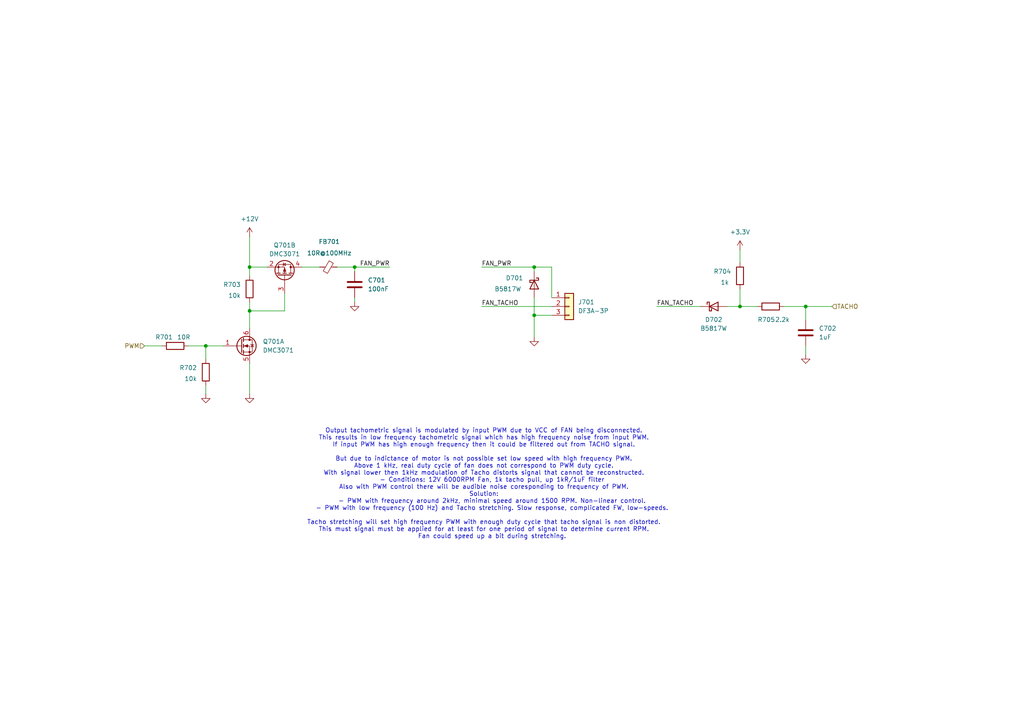
<source format=kicad_sch>
(kicad_sch (version 20231120) (generator "eeschema") (generator_version "8.0")
  (paper "A4")
  (title_block (title "Control board") (date "2024-06-11") (rev "${VERSION}") (company "TrendBit s.r.o.") (comment 1 "Designed by: Petr Malaník"))
  (lib_symbols
    (symbol "Connector_Generic:Conn_01x03" (pin_names (offset 1.016) hide)
      (property "Reference" "J" (at 0 5.08 0))
      (property "Value" "Conn_01x03" (at 0 -5.08 0))
      (symbol "Conn_01x03_1_1"
        (rectangle (start -1.27 -2.413) (end 0 -2.667) (stroke (width 0.1524)))
        (rectangle (start -1.27 0.127) (end 0 -0.127) (stroke (width 0.1524)))
        (rectangle (start -1.27 2.667) (end 0 2.413) (stroke (width 0.1524)))
        (rectangle (start -1.27 3.81) (end 1.27 -3.81) (stroke (width 0.254)) (fill (type background)))
        (pin passive line (at -5.08 2.54 0) (length 3.81) (name "Pin_1") (number "1"))
        (pin passive line (at -5.08 0 0) (length 3.81) (name "Pin_2") (number "2"))
        (pin passive line (at -5.08 -2.54 0) (length 3.81) (name "Pin_3") (number "3"))
      )
    )
    (symbol "Device:C" (pin_numbers hide) (pin_names (offset 0.254))
      (property "Reference" "C" (at 0.635 2.54 0))
      (property "Value" "C" (at 0.635 -2.54 0))
      (symbol "C_0_1"
        (polyline (pts (xy -2.032 -0.762) (xy 2.032 -0.762)) (stroke (width 0.508)))
        (polyline (pts (xy -2.032 0.762) (xy 2.032 0.762)) (stroke (width 0.508)))
      )
      (symbol "C_1_1"
        (pin passive line (at 0 3.81 270) (length 2.794) (name "~") (number "1"))
        (pin passive line (at 0 -3.81 90) (length 2.794) (name "~") (number "2"))
      )
    )
    (symbol "Device:D_Schottky" (pin_numbers hide) (pin_names (offset 1.016) hide)
      (property "Reference" "D" (at 0 2.54 0))
      (property "Value" "D_Schottky" (at 0 -2.54 0))
      (symbol "D_Schottky_0_1"
        (polyline (pts (xy 1.27 0) (xy -1.27 0)))
        (polyline (pts (xy 1.27 1.27) (xy 1.27 -1.27) (xy -1.27 0) (xy 1.27 1.27)) (stroke (width 0.254)))
        (polyline (pts (xy -1.905 0.635) (xy -1.905 1.27) (xy -1.27 1.27) (xy -1.27 -1.27) (xy -0.635 -1.27) (xy -0.635 -0.635)) (stroke (width 0.254)))
      )
      (symbol "D_Schottky_1_1"
        (pin passive line (at -3.81 0 0) (length 2.54) (name "K") (number "1"))
        (pin passive line (at 3.81 0 180) (length 2.54) (name "A") (number "2"))
      )
    )
    (symbol "Device:FerriteBead_Small" (pin_numbers hide) (pin_names (offset 0))
      (property "Reference" "FB" (at 1.905 1.27 0))
      (property "Value" "FerriteBead_Small" (at 1.905 -1.27 0))
      (symbol "FerriteBead_Small_0_1"
        (polyline (pts (xy 0 -1.27) (xy 0 -0.7874)))
        (polyline (pts (xy 0 0.889) (xy 0 1.2954)))
        (polyline (pts (xy -1.8288 0.2794) (xy -1.1176 1.4986) (xy 1.8288 -0.2032) (xy 1.1176 -1.4224) (xy -1.8288 0.2794)))
      )
      (symbol "FerriteBead_Small_1_1"
        (pin passive line (at 0 2.54 270) (length 1.27) (name "~") (number "1"))
        (pin passive line (at 0 -2.54 90) (length 1.27) (name "~") (number "2"))
      )
    )
    (symbol "Device:R" (pin_numbers hide) (pin_names (offset 0))
      (property "Reference" "R" (at 2.032 0 90))
      (property "Value" "R" (at 0 0 90))
      (symbol "R_0_1"
        (rectangle (start -1.016 -2.54) (end 1.016 2.54) (stroke (width 0.254)))
      )
      (symbol "R_1_1"
        (pin passive line (at 0 3.81 270) (length 1.27) (name "~") (number "1"))
        (pin passive line (at 0 -3.81 90) (length 1.27) (name "~") (number "2"))
      )
    )
    (symbol "Transistor_FET:DMC3071LVT" (pin_names hide)
      (property "Reference" "Q" (at 2.54 1.905 0))
      (property "Value" "DMC3071LVT" (at 2.54 0 0))
      (symbol "DMC3071LVT_0_1"
        (circle (center -0.889 0) (radius 2.794) (stroke (width 0.254)))
        (circle (center 0 -1.778) (radius 0.254) (fill (type outline)))
        (polyline (pts (xy -2.286 0) (xy -5.08 0)))
        (polyline (pts (xy -2.286 1.905) (xy -2.286 -1.905)) (stroke (width 0.254)))
        (polyline (pts (xy -1.778 -1.27) (xy -1.778 -2.286)) (stroke (width 0.254)))
        (polyline (pts (xy -1.778 0.508) (xy -1.778 -0.508)) (stroke (width 0.254)))
        (polyline (pts (xy -1.778 2.286) (xy -1.778 1.27)) (stroke (width 0.254)))
        (polyline (pts (xy 0 2.54) (xy 0 1.778)))
        (polyline (pts (xy 0 -2.54) (xy 0 0) (xy -1.778 0)))
        (polyline (pts (xy -1.778 -1.778) (xy 0.762 -1.778) (xy 0.762 1.778) (xy -1.778 1.778)))
        (circle (center 0 1.778) (radius 0.254) (fill (type outline)))
      )
      (symbol "DMC3071LVT_1_1"
        (polyline (pts (xy -1.524 0) (xy -0.508 0.381) (xy -0.508 -0.381) (xy -1.524 0)) (fill (type outline)))
        (polyline (pts (xy 0.254 0.508) (xy 0.381 0.381) (xy 1.143 0.381) (xy 1.27 0.254)))
        (polyline (pts (xy 0.762 0.381) (xy 0.381 -0.254) (xy 1.143 -0.254) (xy 0.762 0.381)))
        (pin passive line (at -7.62 0 0) (length 2.54) (name "G") (number "1"))
        (pin passive line (at 0 -5.08 90) (length 2.54) (name "S") (number "5"))
        (pin passive line (at 0 5.08 270) (length 2.54) (name "D") (number "6"))
      )
      (symbol "DMC3071LVT_2_1"
        (polyline (pts (xy -0.254 0) (xy -1.27 0.381) (xy -1.27 -0.381) (xy -0.254 0)) (fill (type outline)))
        (polyline (pts (xy 0.254 -0.508) (xy 0.381 -0.381) (xy 1.143 -0.381) (xy 1.27 -0.254)))
        (polyline (pts (xy 0.762 -0.381) (xy 0.381 0.254) (xy 1.143 0.254) (xy 0.762 -0.381)))
        (pin passive line (at 0 -5.08 90) (length 2.54) (name "S") (number "2"))
        (pin passive line (at -7.62 0 0) (length 2.54) (name "G") (number "3"))
        (pin passive line (at 0 5.08 270) (length 2.54) (name "D") (number "4"))
      )
    )
    (symbol "power:+12V" (power) (pin_numbers hide) (pin_names (offset 0) hide)
      (property "Value" "+12V" (at 0 3.556 0))
      (symbol "+12V_0_1"
        (polyline (pts (xy -0.762 1.27) (xy 0 2.54)))
        (polyline (pts (xy 0 0) (xy 0 2.54)))
        (polyline (pts (xy 0 2.54) (xy 0.762 1.27)))
      )
      (symbol "+12V_1_1"
        (pin power_in line (at 0 0 90) (length 0) (name "~") (number "1"))
      )
    )
    (symbol "power:+3.3V" (power) (pin_numbers hide) (pin_names (offset 0) hide)
      (property "Value" "+3.3V" (at 0 3.556 0))
      (symbol "+3.3V_0_1"
        (polyline (pts (xy -0.762 1.27) (xy 0 2.54)))
        (polyline (pts (xy 0 0) (xy 0 2.54)))
        (polyline (pts (xy 0 2.54) (xy 0.762 1.27)))
      )
      (symbol "+3.3V_1_1"
        (pin power_in line (at 0 0 90) (length 0) (name "~") (number "1"))
      )
    )
    (symbol "power:GND" (power) (pin_numbers hide) (pin_names (offset 0) hide)
      (property "Value" "GND" (at 0 -3.81 0))
      (symbol "GND_0_1"
        (polyline (pts (xy 0 0) (xy 0 -1.27) (xy 1.27 -1.27) (xy 0 -2.54) (xy -1.27 -1.27) (xy 0 -1.27)))
      )
      (symbol "GND_1_1"
        (pin power_in line (at 0 0 270) (length 0) (name "~") (number "1"))
      )
    )
  )
  (junction (at 72.39 77.47))
  (junction (at 233.68 88.9))
  (junction (at 102.87 77.47))
  (junction (at 154.94 91.44))
  (junction (at 72.39 90.17))
  (junction (at 214.63 88.9))
  (junction (at 154.94 77.47))
  (junction (at 59.69 100.33))
  (wire (pts (xy 72.39 77.47) (xy 77.47 77.47)))
  (wire (pts (xy 102.87 87.63) (xy 102.87 86.36)))
  (wire (pts (xy 139.7 88.9) (xy 160.02 88.9)))
  (wire (pts (xy 72.39 87.63) (xy 72.39 90.17)))
  (wire (pts (xy 154.94 77.47) (xy 160.02 77.47)))
  (wire (pts (xy 54.61 100.33) (xy 59.69 100.33)))
  (wire (pts (xy 72.39 68.58) (xy 72.39 77.47)))
  (wire (pts (xy 72.39 90.17) (xy 72.39 95.25)))
  (wire (pts (xy 139.7 77.47) (xy 154.94 77.47)))
  (wire (pts (xy 154.94 86.36) (xy 154.94 91.44)))
  (wire (pts (xy 160.02 86.36) (xy 160.02 77.47)))
  (wire (pts (xy 59.69 111.76) (xy 59.69 114.3)))
  (wire (pts (xy 59.69 100.33) (xy 59.69 104.14)))
  (wire (pts (xy 72.39 77.47) (xy 72.39 80.01)))
  (wire (pts (xy 214.63 72.39) (xy 214.63 76.2)))
  (wire (pts (xy 82.55 90.17) (xy 72.39 90.17)))
  (wire (pts (xy 190.5 88.9) (xy 203.2 88.9)))
  (wire (pts (xy 233.68 88.9) (xy 241.3 88.9)))
  (wire (pts (xy 41.91 100.33) (xy 46.99 100.33)))
  (wire (pts (xy 233.68 100.33) (xy 233.68 102.87)))
  (wire (pts (xy 210.82 88.9) (xy 214.63 88.9)))
  (wire (pts (xy 214.63 83.82) (xy 214.63 88.9)))
  (wire (pts (xy 72.39 105.41) (xy 72.39 114.3)))
  (wire (pts (xy 102.87 77.47) (xy 102.87 78.74)))
  (wire (pts (xy 87.63 77.47) (xy 92.71 77.47)))
  (wire (pts (xy 82.55 85.09) (xy 82.55 90.17)))
  (wire (pts (xy 59.69 100.33) (xy 64.77 100.33)))
  (wire (pts (xy 233.68 88.9) (xy 227.33 88.9)))
  (wire (pts (xy 214.63 88.9) (xy 219.71 88.9)))
  (wire (pts (xy 154.94 91.44) (xy 160.02 91.44)))
  (wire (pts (xy 154.94 91.44) (xy 154.94 97.79)))
  (wire (pts (xy 97.79 77.47) (xy 102.87 77.47)))
  (wire (pts (xy 154.94 77.47) (xy 154.94 78.74)))
  (wire (pts (xy 102.87 77.47) (xy 113.03 77.47)))
  (wire (pts (xy 233.68 88.9) (xy 233.68 92.71)))
  (text "Output tachometric signal is modulated by input PWM due to VCC of FAN being disconnected.\nThis results in low frequency tachometric signal which has high frequency noise from input PWM.\nIf input PWM has high enough frequency then it could be filtered out from TACHO signal.\n\nBut due to indictance of motor is not possible set low speed with high frequency PWM.\nAbove 1 kHz, real duty cycle of fan does not correspond to PWM duty cycle.\nWith signal lower then 1kHz modulation of Tacho distorts signal that cannot be reconstructed.\n	- Conditions: 12V 6000RPM Fan, 1k tacho pull, up 1kR/1uF filter\nAlso with PWM control there will be audible noise coresponding to frequency of PWM.\nSolution:\n	- PWM with frequency around 2kHz, minimal speed around 1500 RPM. Non-linear control.\n	- PWM with low frequency (100 Hz) and Tacho stretching. Slow response, complicated FW, low-speeds.\n\nTacho stretching will set high frequency PWM with enough duty cycle that tacho signal is non distorted.\nThis must signal must be applied for at least for one period of signal to determine current RPM.\n	Fan could speed up a bit during stretching." (at 140.335 140.335 0) (effects (font (size 1.27 1.27))))
  (label "FAN_PWR" (at 113.03 77.47 180))
  (label "FAN_TACHO" (at 139.7 88.9 0))
  (label "FAN_PWR" (at 139.7 77.47 0))
  (label "FAN_TACHO" (at 190.5 88.9 0))
  (hierarchical_label "PWM" (shape input) (at 41.91 100.33 180))
  (hierarchical_label "TACHO" (shape input) (at 241.3 88.9 0))
  (symbol (lib_id "power:+12V") (at 72.39 68.58 0) (unit 1)
    (property "Reference" "#PWR0702" (effects (hide yes)))
    (property "Value" "+12V" (at 72.39 63.5 0))
    (property "Description" "Power symbol creates a global label with name \"+12V\"" (effects (hide yes)))
    (instances (project "control_board" (path "" (reference "#PWR0702") (unit 1)) (path "" (reference "#PWR0302") (unit 1)) (path "" (reference "#PWR0602") (unit 1))))
  )
  (symbol (lib_id "Device:D_Schottky") (at 154.94 82.55 270) (unit 1)
    (property "Reference" "D701" (at 149.225 80.645 90))
    (property "Value" "B5817W" (at 147.32 83.82 90))
    (property "Footprint" "Diode_SMD:D_SOD-123" (effects (hide yes)))
    (property "Description" "Schottky diode" (effects (hide yes)))
    (property "LCSC" "C7420328" (effects (hide yes)))
    (property "MPN" "B5817W" (effects (hide yes)))
    (instances (project "control_board" (path "" (reference "D701") (unit 1)) (path "" (reference "D301") (unit 1)) (path "" (reference "D601") (unit 1))))
  )
  (symbol (lib_id "Device:R") (at 50.8 100.33 90) (unit 1)
    (property "Reference" "R701" (at 50.165 97.79 90) (effects (justify left)))
    (property "Value" "10R" (at 55.245 97.79 90) (effects (justify left)))
    (property "Footprint" "Resistor_SMD:R_0603_1608Metric" (effects (hide yes)))
    (property "LCSC" "C22859" (effects (hide yes)))
    (instances (project "control_board" (path "" (reference "R701") (unit 1)) (path "" (reference "R301") (unit 1)) (path "" (reference "R601") (unit 1))))
  )
  (symbol (lib_id "Device:C") (at 233.68 96.52 0) (unit 1)
    (property "Reference" "C702" (at 237.49 95.2499 0) (effects (justify left)))
    (property "Value" "1uF" (at 237.49 97.7899 0) (effects (justify left)))
    (property "Footprint" "Capacitor_SMD:C_0603_1608Metric" (effects (hide yes)))
    (property "Description" "Unpolarized capacitor" (effects (hide yes)))
    (property "LCSC" "C15849" (effects (hide yes)))
    (instances (project "control_board" (path "" (reference "C702") (unit 1)) (path "" (reference "C302") (unit 1)) (path "" (reference "C602") (unit 1))))
  )
  (symbol (lib_id "power:GND") (at 72.39 114.3 0) (unit 1)
    (property "Reference" "#PWR0703" (effects (hide yes)))
    (property "Value" "GND" (effects (hide yes)))
    (property "Description" "Power symbol creates a global label with name \"GND\" , ground" (effects (hide yes)))
    (instances (project "control_board" (path "" (reference "#PWR0703") (unit 1)) (path "" (reference "#PWR0303") (unit 1)) (path "" (reference "#PWR0603") (unit 1))))
  )
  (symbol (lib_id "power:GND") (at 233.68 102.87 0) (mirror y) (unit 1)
    (property "Reference" "#PWR0707" (effects (hide yes)))
    (property "Value" "GND" (effects (hide yes)))
    (property "Description" "Power symbol creates a global label with name \"GND\" , ground" (effects (hide yes)))
    (instances (project "control_board" (path "" (reference "#PWR0707") (unit 1)) (path "" (reference "#PWR0307") (unit 1)) (path "" (reference "#PWR0607") (unit 1))))
  )
  (symbol (lib_id "Device:R") (at 72.39 83.82 180) (unit 1)
    (property "Reference" "R703" (at 69.85 82.55 0) (effects (justify left)))
    (property "Value" "10k" (at 69.85 85.725 0) (effects (justify left)))
    (property "Footprint" "Resistor_SMD:R_0603_1608Metric" (effects (hide yes)))
    (property "LCSC" "C25804" (effects (hide yes)))
    (instances (project "control_board" (path "" (reference "R703") (unit 1)) (path "" (reference "R303") (unit 1)) (path "" (reference "R603") (unit 1))))
  )
  (symbol (lib_id "Device:R") (at 59.69 107.95 180) (unit 1)
    (property "Reference" "R702" (at 57.15 106.68 0) (effects (justify left)))
    (property "Value" "10k" (at 57.15 109.855 0) (effects (justify left)))
    (property "Footprint" "Resistor_SMD:R_0603_1608Metric" (effects (hide yes)))
    (property "LCSC" "C25804" (effects (hide yes)))
    (instances (project "control_board" (path "" (reference "R702") (unit 1)) (path "" (reference "R302") (unit 1)) (path "" (reference "R602") (unit 1))))
  )
  (symbol (lib_id "Transistor_FET:DMC3071LVT") (at 72.39 100.33 0) (unit 1)
    (property "Reference" "Q701" (at 76.2 99.0599 0) (effects (justify left)))
    (property "Value" "DMC3071" (at 76.2 101.5999 0) (effects (justify left)))
    (property "Footprint" "Package_TO_SOT_SMD:TSOT-23-6" (effects (hide yes)))
    (property "Datasheet" "https://www.diodes.com/assets/Datasheets/DMC3071LVT.pdf" (effects (hide yes)))
    (property "Description" "3.4A/-2.7A Id, 30V Vds, Complementary pair enhancement mode P-Channel and N-Channel MOSFET, TSOT-23-6" (effects (hide yes)))
    (property "LCSC" "C460972" (effects (hide yes)))
    (property "MPN" "DMC3071" (effects (hide yes)))
    (instances (project "control_board" (path "" (reference "Q701") (unit 1)) (path "" (reference "Q301") (unit 1)) (path "" (reference "Q601") (unit 1))))
  )
  (symbol (lib_id "Connector_Generic:Conn_01x03") (at 165.1 88.9 0) (unit 1)
    (property "Reference" "J701" (at 167.64 87.6299 0) (effects (justify left)))
    (property "Value" "DF3A-3P" (at 167.64 90.1699 0) (effects (justify left)))
    (property "Footprint" "TCY_connectors:Hirose_DF3A-03P-2DS_1x03_P2.00mm_Horizontal" (effects (hide yes)))
    (property "Description" "Generic connector, single row, 01x03, script generated (kicad-library-utils/schlib/autogen/connector/)" (effects (hide yes)))
    (property "LCSC" "C194921" (effects (hide yes)))
    (property "MPN" "DF3A-3P-2DS" (effects (hide yes)))
    (instances (project "control_board" (path "" (reference "J701") (unit 1)) (path "" (reference "J301") (unit 1)) (path "" (reference "J601") (unit 1))))
  )
  (symbol (lib_id "Device:R") (at 223.52 88.9 270) (mirror x) (unit 1)
    (property "Reference" "R705" (at 219.71 92.71 90) (effects (justify left)))
    (property "Value" "2.2k" (at 224.79 92.71 90) (effects (justify left)))
    (property "Footprint" "Resistor_SMD:R_0603_1608Metric" (effects (hide yes)))
    (property "LCSC" "C4190" (effects (hide yes)))
    (instances (project "control_board" (path "" (reference "R705") (unit 1)) (path "" (reference "R305") (unit 1)) (path "" (reference "R605") (unit 1))))
  )
  (symbol (lib_id "power:GND") (at 59.69 114.3 0) (unit 1)
    (property "Reference" "#PWR0701" (effects (hide yes)))
    (property "Value" "GND" (effects (hide yes)))
    (property "Description" "Power symbol creates a global label with name \"GND\" , ground" (effects (hide yes)))
    (instances (project "control_board" (path "" (reference "#PWR0701") (unit 1)) (path "" (reference "#PWR0301") (unit 1)) (path "" (reference "#PWR0601") (unit 1))))
  )
  (symbol (lib_id "Device:FerriteBead_Small") (at 95.25 77.47 90) (unit 1)
    (property "Reference" "FB701" (at 95.504 70.104 90))
    (property "Value" "10R@100MHz" (at 95.504 73.406 90))
    (property "Footprint" "Inductor_SMD:L_0603_1608Metric" (effects (hide yes)))
    (property "Description" "Ferrite bead, small symbol" (effects (hide yes)))
    (property "Link" "https://cz.mouser.com/ProductDetail/Murata-Electronics/BLM21PG220SN1D?qs=tuW2Z%252BT4A0yqSWmso6vkmg%3D%3D" (effects (hide yes)))
    (property "MPN" " GZ1608D601TF" (effects (hide yes)))
    (property "MPNA" "BLE18PK100SN1D" (effects (hide yes)))
    (property "Mouser" "https://cz.mouser.com/ProductDetail/Murata-Electronics/BLE18PK100SN1D?qs=W%2FMpXkg%252BdQ6tzBmLeY1psA%3D%3D" (effects (hide yes)))
    (property "LCSC" "C2971881" (effects (hide yes)))
    (instances (project "control_board" (path "" (reference "FB701") (unit 1)) (path "" (reference "FB301") (unit 1)) (path "" (reference "FB601") (unit 1))))
  )
  (symbol (lib_id "power:GND") (at 102.87 87.63 0) (unit 1)
    (property "Reference" "#PWR0704" (effects (hide yes)))
    (property "Value" "GND" (effects (hide yes)))
    (property "Description" "Power symbol creates a global label with name \"GND\" , ground" (effects (hide yes)))
    (instances (project "control_board" (path "" (reference "#PWR0704") (unit 1)) (path "" (reference "#PWR0304") (unit 1)) (path "" (reference "#PWR0604") (unit 1))))
  )
  (symbol (lib_id "power:+3.3V") (at 214.63 72.39 0) (unit 1)
    (property "Reference" "#PWR0706" (effects (hide yes)))
    (property "Value" "+3.3V" (at 214.63 67.31 0))
    (property "Description" "Power symbol creates a global label with name \"+3.3V\"" (effects (hide yes)))
    (instances (project "control_board" (path "" (reference "#PWR0706") (unit 1)) (path "" (reference "#PWR0306") (unit 1)) (path "" (reference "#PWR0606") (unit 1))))
  )
  (symbol (lib_id "power:GND") (at 154.94 97.79 0) (unit 1)
    (property "Reference" "#PWR0705" (effects (hide yes)))
    (property "Value" "GND" (effects (hide yes)))
    (property "Description" "Power symbol creates a global label with name \"GND\" , ground" (effects (hide yes)))
    (instances (project "control_board" (path "" (reference "#PWR0705") (unit 1)) (path "" (reference "#PWR0305") (unit 1)) (path "" (reference "#PWR0605") (unit 1))))
  )
  (symbol (lib_id "Device:D_Schottky") (at 207.01 88.9 0) (unit 1)
    (property "Reference" "D702" (at 207.01 92.71 0))
    (property "Value" "B5817W" (at 207.01 95.25 0))
    (property "Footprint" "Diode_SMD:D_SOD-123" (effects (hide yes)))
    (property "Description" "Schottky diode" (effects (hide yes)))
    (property "LCSC" "C7420328" (effects (hide yes)))
    (property "MPN" "B5817W" (effects (hide yes)))
    (instances (project "control_board" (path "" (reference "D702") (unit 1)) (path "" (reference "D302") (unit 1)) (path "" (reference "D602") (unit 1))))
  )
  (symbol (lib_id "Device:R") (at 214.63 80.01 0) (mirror y) (unit 1)
    (property "Reference" "R704" (at 212.09 78.74 0) (effects (justify left)))
    (property "Value" "1k" (at 211.455 81.915 0) (effects (justify left)))
    (property "Footprint" "Resistor_SMD:R_0603_1608Metric" (effects (hide yes)))
    (property "LCSC" "C21190" (effects (hide yes)))
    (instances (project "control_board" (path "" (reference "R704") (unit 1)) (path "" (reference "R304") (unit 1)) (path "" (reference "R604") (unit 1))))
  )
  (symbol (lib_id "Transistor_FET:DMC3071LVT") (at 82.55 77.47 270) (mirror x) (unit 2)
    (property "Reference" "Q701" (at 82.55 71.12 90))
    (property "Value" "DMC3071" (at 82.55 73.66 90))
    (property "Footprint" "Package_TO_SOT_SMD:TSOT-23-6" (effects (hide yes)))
    (property "Datasheet" "https://www.diodes.com/assets/Datasheets/DMC3071LVT.pdf" (effects (hide yes)))
    (property "Description" "3.4A/-2.7A Id, 30V Vds, Complementary pair enhancement mode P-Channel and N-Channel MOSFET, TSOT-23-6" (effects (hide yes)))
    (property "LCSC" "C460972" (effects (hide yes)))
    (property "MPN" "DMC3071" (effects (hide yes)))
    (instances (project "control_board" (path "" (reference "Q701") (unit 2)) (path "" (reference "Q301") (unit 2)) (path "" (reference "Q601") (unit 2))))
  )
  (symbol (lib_id "Device:C") (at 102.87 82.55 0) (unit 1)
    (property "Reference" "C701" (at 106.68 81.2799 0) (effects (justify left)))
    (property "Value" "100nF" (at 106.68 83.8199 0) (effects (justify left)))
    (property "Footprint" "Capacitor_SMD:C_0603_1608Metric" (effects (hide yes)))
    (property "Description" "Unpolarized capacitor" (effects (hide yes)))
    (property "LCSC" "C14663" (effects (hide yes)))
    (instances (project "control_board" (path "" (reference "C701") (unit 1)) (path "" (reference "C301") (unit 1)) (path "" (reference "C601") (unit 1))))
  )
)
</source>
